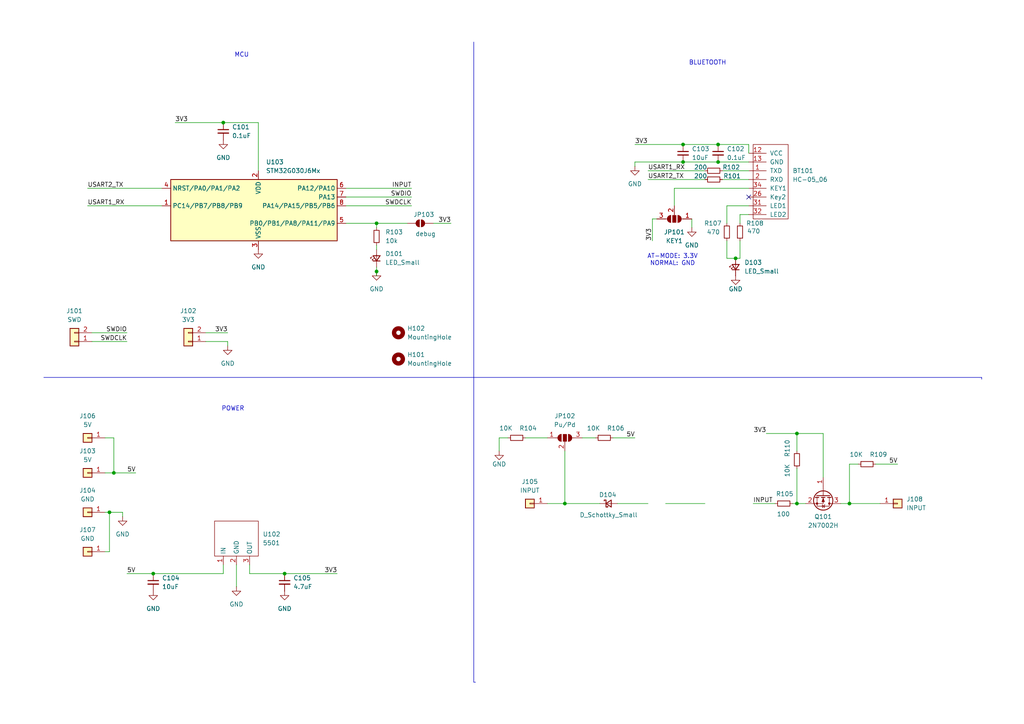
<source format=kicad_sch>
(kicad_sch (version 20231120) (generator "eeschema") (generator_version "8.0")
  (paper "A4")
  (lib_symbols
    (symbol "Connector_Generic:Conn_01x01" (pin_names (offset 1.016) hide)
      (property "Reference" "J" (at 0 2.54 0))
      (property "Value" "Conn_01x01" (at 0 -2.54 0))
      (symbol "Conn_01x01_1_1"
        (rectangle (start -1.27 0.127) (end 0 -0.127) (stroke (width 0.1524)))
        (rectangle (start -1.27 1.27) (end 1.27 -1.27) (stroke (width 0.254)) (fill (type background)))
        (pin passive line (at -5.08 0 0) (length 3.81) (name "Pin_1") (number "1"))
      )
    )
    (symbol "Connector_Generic:Conn_01x02" (pin_names (offset 1.016) hide)
      (property "Reference" "J" (at 0 2.54 0))
      (property "Value" "Conn_01x02" (at 0 -5.08 0))
      (symbol "Conn_01x02_1_1"
        (rectangle (start -1.27 -2.413) (end 0 -2.667) (stroke (width 0.1524)))
        (rectangle (start -1.27 0.127) (end 0 -0.127) (stroke (width 0.1524)))
        (rectangle (start -1.27 1.27) (end 1.27 -3.81) (stroke (width 0.254)) (fill (type background)))
        (pin passive line (at -5.08 0 0) (length 3.81) (name "Pin_1") (number "1"))
        (pin passive line (at -5.08 -2.54 0) (length 3.81) (name "Pin_2") (number "2"))
      )
    )
    (symbol "Device:C_Small" (pin_numbers hide) (pin_names (offset 0.254) hide)
      (property "Reference" "C" (at 0.254 1.778 0))
      (property "Value" "C_Small" (at 0.254 -2.032 0))
      (symbol "C_Small_0_1"
        (polyline (pts (xy -1.524 -0.508) (xy 1.524 -0.508)) (stroke (width 0.3302)))
        (polyline (pts (xy -1.524 0.508) (xy 1.524 0.508)) (stroke (width 0.3048)))
      )
      (symbol "C_Small_1_1"
        (pin passive line (at 0 2.54 270) (length 2.032) (name "~") (number "1"))
        (pin passive line (at 0 -2.54 90) (length 2.032) (name "~") (number "2"))
      )
    )
    (symbol "Device:D_Schottky_Small" (pin_numbers hide) (pin_names (offset 0.254) hide)
      (property "Reference" "D" (at -1.27 2.032 0))
      (property "Value" "D_Schottky_Small" (at -7.112 -2.032 0))
      (symbol "D_Schottky_Small_0_1"
        (polyline (pts (xy -0.762 0) (xy 0.762 0)))
        (polyline (pts (xy 0.762 -1.016) (xy -0.762 0) (xy 0.762 1.016) (xy 0.762 -1.016)) (stroke (width 0.254)))
        (polyline (pts (xy -1.27 0.762) (xy -1.27 1.016) (xy -0.762 1.016) (xy -0.762 -1.016) (xy -0.254 -1.016) (xy -0.254 -0.762)) (stroke (width 0.254)))
      )
      (symbol "D_Schottky_Small_1_1"
        (pin passive line (at -2.54 0 0) (length 1.778) (name "K") (number "1"))
        (pin passive line (at 2.54 0 180) (length 1.778) (name "A") (number "2"))
      )
    )
    (symbol "Device:LED_Small" (pin_numbers hide) (pin_names (offset 0.254) hide)
      (property "Reference" "D" (at -1.27 3.175 0))
      (property "Value" "LED_Small" (at -4.445 -2.54 0))
      (symbol "LED_Small_0_1"
        (polyline (pts (xy -0.762 -1.016) (xy -0.762 1.016)) (stroke (width 0.254)))
        (polyline (pts (xy 1.016 0) (xy -0.762 0)))
        (polyline (pts (xy 0.762 -1.016) (xy -0.762 0) (xy 0.762 1.016) (xy 0.762 -1.016)) (stroke (width 0.254)))
        (polyline (pts (xy 0 0.762) (xy -0.508 1.27) (xy -0.254 1.27) (xy -0.508 1.27) (xy -0.508 1.016)))
        (polyline (pts (xy 0.508 1.27) (xy 0 1.778) (xy 0.254 1.778) (xy 0 1.778) (xy 0 1.524)))
      )
      (symbol "LED_Small_1_1"
        (pin passive line (at -2.54 0 0) (length 1.778) (name "K") (number "1"))
        (pin passive line (at 2.54 0 180) (length 1.778) (name "A") (number "2"))
      )
    )
    (symbol "Device:R_Small" (pin_numbers hide) (pin_names (offset 0.254) hide)
      (property "Reference" "R" (at 0.762 0.508 0))
      (property "Value" "R_Small" (at 0.762 -1.016 0))
      (symbol "R_Small_0_1"
        (rectangle (start -0.762 1.778) (end 0.762 -1.778) (stroke (width 0.2032)))
      )
      (symbol "R_Small_1_1"
        (pin passive line (at 0 2.54 270) (length 0.762) (name "~") (number "1"))
        (pin passive line (at 0 -2.54 90) (length 0.762) (name "~") (number "2"))
      )
    )
    (symbol "Jumper:SolderJumper_2_Open" (pin_numbers hide) (pin_names (offset 0) hide) (exclude_from_sim yes) (in_bom no)
      (property "Reference" "JP" (at 0 2.032 0))
      (property "Value" "SolderJumper_2_Open" (at 0 -2.54 0))
      (symbol "SolderJumper_2_Open_0_1"
        (arc (start -0.254 1.016) (mid -1.2656 0) (end -0.254 -1.016))
        (arc (start -0.254 1.016) (mid -1.2656 0) (end -0.254 -1.016) (fill (type outline)))
        (polyline (pts (xy -0.254 1.016) (xy -0.254 -1.016)))
        (polyline (pts (xy 0.254 1.016) (xy 0.254 -1.016)))
        (arc (start 0.254 -1.016) (mid 1.2656 0) (end 0.254 1.016))
        (arc (start 0.254 -1.016) (mid 1.2656 0) (end 0.254 1.016) (fill (type outline)))
      )
      (symbol "SolderJumper_2_Open_1_1"
        (pin passive line (at -3.81 0 0) (length 2.54) (name "A") (number "1"))
        (pin passive line (at 3.81 0 180) (length 2.54) (name "B") (number "2"))
      )
    )
    (symbol "Jumper:SolderJumper_3_Open" (pin_names (offset 0) hide) (exclude_from_sim yes) (in_bom no)
      (property "Reference" "JP" (at -2.54 -2.54 0))
      (property "Value" "SolderJumper_3_Open" (at 0 2.794 0))
      (symbol "SolderJumper_3_Open_0_1"
        (arc (start -1.016 1.016) (mid -2.0276 0) (end -1.016 -1.016))
        (arc (start -1.016 1.016) (mid -2.0276 0) (end -1.016 -1.016) (fill (type outline)))
        (rectangle (start -0.508 1.016) (end 0.508 -1.016) (fill (type outline)))
        (polyline (pts (xy -2.54 0) (xy -2.032 0)))
        (polyline (pts (xy -1.016 1.016) (xy -1.016 -1.016)))
        (polyline (pts (xy 0 -1.27) (xy 0 -1.016)))
        (polyline (pts (xy 1.016 1.016) (xy 1.016 -1.016)))
        (polyline (pts (xy 2.54 0) (xy 2.032 0)))
        (arc (start 1.016 -1.016) (mid 2.0276 0) (end 1.016 1.016))
        (arc (start 1.016 -1.016) (mid 2.0276 0) (end 1.016 1.016) (fill (type outline)))
      )
      (symbol "SolderJumper_3_Open_1_1"
        (pin passive line (at -5.08 0 0) (length 2.54) (name "A") (number "1"))
        (pin passive line (at 0 -3.81 90) (length 2.54) (name "C") (number "2"))
        (pin passive line (at 5.08 0 180) (length 2.54) (name "B") (number "3"))
      )
    )
    (symbol "MCU_ST_STM32G0:STM32G030J6Mx"
      (property "Reference" "U" (at -22.86 11.43 0))
      (property "Value" "STM32G030J6Mx" (at 5.08 11.43 0))
      (symbol "STM32G030J6Mx_0_1"
        (rectangle (start -22.86 -7.62) (end 25.4 10.16) (stroke (width 0.254)) (fill (type background)))
      )
      (symbol "STM32G030J6Mx_1_1"
        (pin bidirectional line (at -25.4 2.54 0) (length 2.54) (name "PC14/PB7/PB8/PB9") (number "1"))
        (pin power_in line (at 2.54 12.7 270) (length 2.54) (name "VDD") (number "2"))
        (pin power_in line (at 2.54 -10.16 90) (length 2.54) (name "VSS") (number "3"))
        (pin input line (at -25.4 7.62 0) (length 2.54) (name "NRST/PA0/PA1/PA2") (number "4"))
        (pin bidirectional line (at 27.94 -2.54 180) (length 2.54) (name "PB0/PB1/PA8/PA11/PA9") (number "5"))
        (pin bidirectional line (at 27.94 7.62 180) (length 2.54) (name "PA12/PA10") (number "6"))
        (pin bidirectional line (at 27.94 5.08 180) (length 2.54) (name "PA13") (number "7"))
        (pin bidirectional line (at 27.94 2.54 180) (length 2.54) (name "PA14/PA15/PB5/PB6") (number "8"))
      )
    )
    (symbol "Mechanical:MountingHole" (pin_names (offset 1.016)) (exclude_from_sim yes) (in_bom no)
      (property "Reference" "H" (at 0 5.08 0))
      (property "Value" "MountingHole" (at 0 3.175 0))
      (symbol "MountingHole_0_1"
        (circle (center 0 0) (radius 1.27) (stroke (width 1.27)))
      )
    )
    (symbol "Transistor_FET:2N7002H" (pin_names hide)
      (property "Reference" "Q" (at 5.08 1.905 0))
      (property "Value" "2N7002H" (at 5.08 0 0))
      (symbol "2N7002H_0_1"
        (polyline (pts (xy 0.254 0) (xy -2.54 0)))
        (polyline (pts (xy 0.254 1.905) (xy 0.254 -1.905)) (stroke (width 0.254)))
        (polyline (pts (xy 0.762 -1.27) (xy 0.762 -2.286)) (stroke (width 0.254)))
        (polyline (pts (xy 0.762 0.508) (xy 0.762 -0.508)) (stroke (width 0.254)))
        (polyline (pts (xy 0.762 2.286) (xy 0.762 1.27)) (stroke (width 0.254)))
        (polyline (pts (xy 2.54 2.54) (xy 2.54 1.778)))
        (polyline (pts (xy 2.54 -2.54) (xy 2.54 0) (xy 0.762 0)))
        (polyline (pts (xy 0.762 -1.778) (xy 3.302 -1.778) (xy 3.302 1.778) (xy 0.762 1.778)))
        (polyline (pts (xy 1.016 0) (xy 2.032 0.381) (xy 2.032 -0.381) (xy 1.016 0)) (fill (type outline)))
        (polyline (pts (xy 2.794 0.508) (xy 2.921 0.381) (xy 3.683 0.381) (xy 3.81 0.254)))
        (polyline (pts (xy 3.302 0.381) (xy 2.921 -0.254) (xy 3.683 -0.254) (xy 3.302 0.381)))
        (circle (center 1.651 0) (radius 2.794) (stroke (width 0.254)))
        (circle (center 2.54 -1.778) (radius 0.254) (fill (type outline)))
        (circle (center 2.54 1.778) (radius 0.254) (fill (type outline)))
      )
      (symbol "2N7002H_1_1"
        (pin input line (at -5.08 0 0) (length 2.54) (name "G") (number "1"))
        (pin passive line (at 2.54 -5.08 90) (length 2.54) (name "S") (number "2"))
        (pin passive line (at 2.54 5.08 270) (length 2.54) (name "D") (number "3"))
      )
    )
    (symbol "hc05:HC-05_06" (pin_names (offset 1.016))
      (property "Reference" "BT" (at -10.16 7.62 0))
      (property "Value" "HC-05_06" (at 8.89 -7.366 90))
      (symbol "HC-05_06_0_1"
        (rectangle (start -3.81 5.08) (end 6.35 -16.51))
      )
      (symbol "HC-05_06_1_1"
        (pin output line (at -5.08 -2.54 0) (length 5.08) (name "TXD") (number "1"))
        (pin input line (at -5.08 2.54 0) (length 5.08) (name "VCC") (number "12"))
        (pin input line (at -5.08 0 0) (length 5.08) (name "GND") (number "13"))
        (pin input line (at -5.08 -5.08 0) (length 5.08) (name "RXD") (number "2"))
        (pin input line (at -5.08 -10.16 0) (length 5.08) (name "Key2") (number "26"))
        (pin input line (at -5.08 -12.7 0) (length 5.08) (name "LED1") (number "31"))
        (pin input line (at -5.08 -15.24 0) (length 5.08) (name "LED2") (number "32"))
        (pin input line (at -5.08 -7.62 0) (length 5.08) (name "KEY1") (number "34"))
      )
    )
    (symbol "ncp5500:5501"
      (property "Reference" "U" (at 5.08 11.43 0))
      (property "Value" "5501" (at 8.89 7.62 90))
      (symbol "5501_0_1"
        (rectangle (start 0 10.16) (end 10.16 -2.54) (stroke (width 0.1524)))
      )
      (symbol "5501_1_1"
        (pin input line (at -2.54 7.62 0) (length 2.54) (name "IN") (number "1"))
        (pin input line (at -2.54 3.81 0) (length 2.54) (name "GND") (number "2"))
        (pin input line (at -2.54 0 0) (length 2.54) (name "OUT") (number "3"))
      )
    )
    (symbol "power:GND" (power) (pin_numbers hide) (pin_names (offset 0) hide)
      (property "Value" "GND" (at 0 -3.81 0))
      (symbol "GND_0_1"
        (polyline (pts (xy 0 0) (xy 0 -1.27) (xy 1.27 -1.27) (xy 0 -2.54) (xy -1.27 -1.27) (xy 0 -1.27)))
      )
      (symbol "GND_1_1"
        (pin power_in line (at 0 0 270) (length 0) (name "~") (number "1"))
      )
    )
  )
  (junction (at 198.12 41.91))
  (junction (at 231.14 146.05))
  (junction (at 109.22 78.74))
  (junction (at 44.45 166.37))
  (junction (at 208.28 46.99))
  (junction (at 231.14 125.73))
  (junction (at 109.22 64.77))
  (junction (at 208.28 41.91))
  (junction (at 31.75 148.59))
  (junction (at 198.12 46.99))
  (junction (at 246.38 146.05))
  (junction (at 64.77 35.56))
  (junction (at 33.02 137.16))
  (junction (at 82.55 166.37))
  (junction (at 213.36 74.93))
  (junction (at 163.83 146.05))
  (no_connect (at 217.17 57.15))
  (wire (pts (xy 33.02 127) (xy 33.02 137.16)))
  (wire (pts (xy 31.75 160.02) (xy 31.75 148.59)))
  (wire (pts (xy 100.33 59.69) (xy 119.38 59.69)))
  (wire (pts (xy 210.82 64.77) (xy 210.82 59.69)))
  (wire (pts (xy 246.38 146.05) (xy 246.38 134.62)))
  (wire (pts (xy 200.66 63.5) (xy 200.66 66.04)))
  (wire (pts (xy 184.15 48.26) (xy 184.15 46.99)))
  (wire (pts (xy 184.15 127) (xy 177.8 127)))
  (wire (pts (xy 217.17 41.91) (xy 217.17 44.45)))
  (wire (pts (xy 238.76 125.73) (xy 231.14 125.73)))
  (wire (pts (xy 26.67 99.06) (xy 36.83 99.06)))
  (wire (pts (xy 222.25 125.73) (xy 231.14 125.73)))
  (polyline (pts (xy 137.414 109.474) (xy 137.414 197.866)))
  (wire (pts (xy 243.84 146.05) (xy 246.38 146.05)))
  (wire (pts (xy 193.04 146.05) (xy 204.47 146.05)))
  (wire (pts (xy 189.23 69.85) (xy 189.23 63.5)))
  (wire (pts (xy 125.73 64.77) (xy 130.81 64.77)))
  (wire (pts (xy 158.75 146.05) (xy 163.83 146.05)))
  (wire (pts (xy 195.58 54.61) (xy 195.58 59.69)))
  (wire (pts (xy 179.07 146.05) (xy 187.96 146.05)))
  (wire (pts (xy 64.77 35.56) (xy 74.93 35.56)))
  (wire (pts (xy 163.83 130.81) (xy 163.83 146.05)))
  (wire (pts (xy 144.78 127) (xy 147.32 127)))
  (wire (pts (xy 214.63 64.77) (xy 214.63 62.23)))
  (wire (pts (xy 25.4 59.69) (xy 46.99 59.69)))
  (wire (pts (xy 82.55 166.37) (xy 97.79 166.37)))
  (wire (pts (xy 218.44 146.05) (xy 224.79 146.05)))
  (wire (pts (xy 184.15 41.91) (xy 198.12 41.91)))
  (wire (pts (xy 36.83 166.37) (xy 44.45 166.37)))
  (wire (pts (xy 31.75 148.59) (xy 35.56 148.59)))
  (wire (pts (xy 100.33 57.15) (xy 119.38 57.15)))
  (wire (pts (xy 109.22 71.12) (xy 109.22 72.39)))
  (wire (pts (xy 246.38 146.05) (xy 255.27 146.05)))
  (wire (pts (xy 208.28 46.99) (xy 217.17 46.99)))
  (wire (pts (xy 238.76 125.73) (xy 238.76 138.43)))
  (wire (pts (xy 109.22 64.77) (xy 118.11 64.77)))
  (wire (pts (xy 187.96 49.53) (xy 204.47 49.53)))
  (wire (pts (xy 109.22 80.01) (xy 109.22 78.74)))
  (wire (pts (xy 246.38 134.62) (xy 248.92 134.62)))
  (wire (pts (xy 50.8 35.56) (xy 64.77 35.56)))
  (wire (pts (xy 59.69 96.52) (xy 66.04 96.52)))
  (wire (pts (xy 30.48 127) (xy 33.02 127)))
  (wire (pts (xy 214.63 62.23) (xy 217.17 62.23)))
  (polyline (pts (xy 12.7 109.474) (xy 137.414 109.474)))
  (wire (pts (xy 231.14 146.05) (xy 233.68 146.05)))
  (wire (pts (xy 229.87 146.05) (xy 231.14 146.05)))
  (wire (pts (xy 209.55 52.07) (xy 217.17 52.07)))
  (wire (pts (xy 260.35 134.62) (xy 254 134.62)))
  (wire (pts (xy 109.22 64.77) (xy 109.22 66.04)))
  (wire (pts (xy 231.14 125.73) (xy 231.14 130.81)))
  (wire (pts (xy 198.12 41.91) (xy 208.28 41.91)))
  (wire (pts (xy 209.55 49.53) (xy 217.17 49.53)))
  (polyline (pts (xy 137.414 109.474) (xy 284.734 109.474)))
  (wire (pts (xy 100.33 64.77) (xy 109.22 64.77)))
  (wire (pts (xy 100.33 54.61) (xy 119.38 54.61)))
  (wire (pts (xy 231.14 135.89) (xy 231.14 146.05)))
  (wire (pts (xy 144.78 130.81) (xy 144.78 127)))
  (wire (pts (xy 30.48 148.59) (xy 31.75 148.59)))
  (wire (pts (xy 109.22 77.47) (xy 109.22 78.74)))
  (wire (pts (xy 210.82 69.85) (xy 210.82 74.93)))
  (polyline (pts (xy 137.414 197.866) (xy 137.922 197.866)))
  (wire (pts (xy 214.63 74.93) (xy 213.36 74.93)))
  (polyline (pts (xy 137.414 12.192) (xy 137.414 109.474)))
  (wire (pts (xy 66.04 99.06) (xy 66.04 100.33)))
  (wire (pts (xy 59.69 99.06) (xy 66.04 99.06)))
  (wire (pts (xy 208.28 41.91) (xy 217.17 41.91)))
  (wire (pts (xy 152.4 127) (xy 158.75 127)))
  (wire (pts (xy 72.39 166.37) (xy 72.39 163.83)))
  (wire (pts (xy 64.77 166.37) (xy 64.77 163.83)))
  (wire (pts (xy 30.48 137.16) (xy 33.02 137.16)))
  (wire (pts (xy 33.02 137.16) (xy 39.37 137.16)))
  (wire (pts (xy 217.17 54.61) (xy 195.58 54.61)))
  (wire (pts (xy 82.55 166.37) (xy 72.39 166.37)))
  (wire (pts (xy 189.23 63.5) (xy 190.5 63.5)))
  (wire (pts (xy 74.93 35.56) (xy 74.93 49.53)))
  (wire (pts (xy 214.63 69.85) (xy 214.63 74.93)))
  (polyline (pts (xy 284.734 109.474) (xy 284.734 109.982)))
  (wire (pts (xy 35.56 148.59) (xy 35.56 149.86)))
  (wire (pts (xy 187.96 52.07) (xy 204.47 52.07)))
  (wire (pts (xy 172.72 127) (xy 168.91 127)))
  (wire (pts (xy 198.12 46.99) (xy 208.28 46.99)))
  (wire (pts (xy 210.82 74.93) (xy 213.36 74.93)))
  (wire (pts (xy 163.83 146.05) (xy 173.99 146.05)))
  (wire (pts (xy 184.15 46.99) (xy 198.12 46.99)))
  (wire (pts (xy 26.67 96.52) (xy 36.83 96.52)))
  (wire (pts (xy 210.82 59.69) (xy 217.17 59.69)))
  (wire (pts (xy 68.58 163.83) (xy 68.58 170.18)))
  (wire (pts (xy 30.48 160.02) (xy 31.75 160.02)))
  (wire (pts (xy 25.4 54.61) (xy 46.99 54.61)))
  (wire (pts (xy 44.45 166.37) (xy 64.77 166.37)))
  (text "MCU" (at 70.104 16.002 0) (effects (font (size 1.27 1.27))))
  (text "BLUETOOTH" (at 205.232 18.288 0) (effects (font (size 1.27 1.27))))
  (text "POWER" (at 67.564 118.618 0) (effects (font (size 1.27 1.27))))
  (text "AT-MODE: 3.3V\nNORMAL: GND" (at 195.072 75.438 0) (effects (font (size 1.27 1.27))))
  (label "USART2_TX" (at 25.4 54.61 0))
  (label "INPUT" (at 119.38 54.61 180))
  (label "3V3" (at 66.04 96.52 180))
  (label "3V3" (at 50.8 35.56 0))
  (label "3V3" (at 189.23 69.85 90))
  (label "USART2_TX" (at 187.96 52.07 0))
  (label "5V" (at 39.37 137.16 180))
  (label "3V3" (at 184.15 41.91 0))
  (label "SWDCLK" (at 119.38 59.69 180))
  (label "SWDCLK" (at 36.83 99.06 180))
  (label "5V" (at 260.35 134.62 180))
  (label "3V3" (at 222.25 125.73 180))
  (label "INPUT" (at 218.44 146.05 0))
  (label "SWDIO" (at 119.38 57.15 180))
  (label "5V" (at 36.83 166.37 0))
  (label "USART1_RX" (at 25.4 59.69 0))
  (label "5V" (at 184.15 127 180))
  (label "USART1_RX" (at 187.96 49.53 0))
  (label "SWDIO" (at 36.83 96.52 180))
  (label "3V3" (at 130.81 64.77 180))
  (label "3V3" (at 97.79 166.37 180))
  (symbol (lib_id "Connector_Generic:Conn_01x01") (at 25.4 160.02 180) (unit 1)
    (property "Reference" "J107" (at 25.4 153.67 0))
    (property "Value" "GND" (at 25.4 156.21 0))
    (property "Footprint" "Connector_PinHeader_2.54mm:PinHeader_1x01_P2.54mm_Vertical" (effects (hide yes)))
    (property "Description" "Generic connector, single row, 01x01, script generated (kicad-library-utils/schlib/autogen/connector/)" (effects (hide yes)))
  )
  (symbol (lib_id "power:GND") (at 82.55 171.45 0) (unit 1)
    (property "Reference" "#PWR0109" (effects (hide yes)))
    (property "Value" "GND" (at 82.55 176.53 0))
    (property "Description" "Power symbol creates a global label with name \"GND\" , ground" (effects (hide yes)))
  )
  (symbol (lib_id "Device:R_Small") (at 227.33 146.05 90) (unit 1)
    (property "Reference" "R105" (at 225.044 143.256 90) (effects (justify right)))
    (property "Value" "100" (at 225.298 149.098 90) (effects (justify right)))
    (property "Footprint" "Resistor_SMD:R_0805_2012Metric" (effects (hide yes)))
    (property "Description" "Resistor, small symbol" (effects (hide yes)))
  )
  (symbol (lib_id "Connector_Generic:Conn_01x02") (at 54.61 99.06 180) (unit 1)
    (property "Reference" "J102" (at 54.61 90.17 0))
    (property "Value" "3V3" (at 54.61 92.71 0))
    (property "Footprint" "Connector_PinHeader_2.54mm:PinHeader_1x02_P2.54mm_Vertical" (effects (hide yes)))
    (property "Description" "Generic connector, single row, 01x02, script generated (kicad-library-utils/schlib/autogen/connector/)" (effects (hide yes)))
  )
  (symbol (lib_id "hc05:HC-05_06") (at 222.25 46.99 0) (unit 1)
    (property "Reference" "BT101" (at 229.87 49.5299 0) (effects (justify left)))
    (property "Value" "HC-05_06" (at 229.87 52.0699 0) (effects (justify left)))
    (property "Footprint" "hc05:HC-05" (effects (hide yes)))
  )
  (symbol (lib_id "power:GND") (at 109.22 78.74 0) (unit 1)
    (property "Reference" "#PWR0104" (effects (hide yes)))
    (property "Value" "GND" (at 109.22 83.82 0))
    (property "Description" "Power symbol creates a global label with name \"GND\" , ground" (effects (hide yes)))
  )
  (symbol (lib_id "Mechanical:MountingHole") (at 115.57 96.52 0) (unit 1) (exclude_from_sim yes) (in_bom no)
    (property "Reference" "H102" (at 118.11 95.2499 0) (effects (justify left)))
    (property "Value" "MountingHole" (at 118.11 97.7899 0) (effects (justify left)))
    (property "Footprint" "MountingHole:MountingHole_3.2mm_M3" (effects (hide yes)))
    (property "Description" "Mounting Hole without connection" (effects (hide yes)))
  )
  (symbol (lib_id "Transistor_FET:2N7002H") (at 238.76 143.51 270) (unit 1)
    (property "Reference" "Q101" (at 238.76 149.86 90))
    (property "Value" "2N7002H" (at 238.76 152.4 90))
    (property "Footprint" "Package_TO_SOT_SMD:SOT-23" (effects (hide yes)))
    (property "Datasheet" "http://www.diodes.com/assets/Datasheets/2N7002H.pdf" (effects (hide yes)))
    (property "Description" "0.21A Id, 60V Vds, N-Channel MOSFET, SOT-23" (effects (hide yes)))
  )
  (symbol (lib_id "Mechanical:MountingHole") (at 115.57 104.14 0) (unit 1) (exclude_from_sim yes) (in_bom no)
    (property "Reference" "H101" (at 118.11 102.8699 0) (effects (justify left)))
    (property "Value" "MountingHole" (at 118.11 105.4099 0) (effects (justify left)))
    (property "Footprint" "MountingHole:MountingHole_3.2mm_M3" (effects (hide yes)))
    (property "Description" "Mounting Hole without connection" (effects (hide yes)))
  )
  (symbol (lib_id "power:GND") (at 200.66 66.04 0) (unit 1)
    (property "Reference" "#PWR0105" (effects (hide yes)))
    (property "Value" "GND" (at 200.66 71.12 0))
    (property "Description" "Power symbol creates a global label with name \"GND\" , ground" (effects (hide yes)))
  )
  (symbol (lib_id "Connector_Generic:Conn_01x01") (at 25.4 137.16 180) (unit 1)
    (property "Reference" "J103" (at 25.4 130.81 0))
    (property "Value" "5V" (at 25.4 133.35 0))
    (property "Footprint" "Connector_PinHeader_2.54mm:PinHeader_1x01_P2.54mm_Vertical" (effects (hide yes)))
    (property "Description" "Generic connector, single row, 01x01, script generated (kicad-library-utils/schlib/autogen/connector/)" (effects (hide yes)))
  )
  (symbol (lib_id "Device:R_Small") (at 109.22 68.58 0) (unit 1)
    (property "Reference" "R103" (at 111.76 67.3099 0) (effects (justify left)))
    (property "Value" "10k" (at 111.76 69.8499 0) (effects (justify left)))
    (property "Footprint" "Resistor_SMD:R_0805_2012Metric" (effects (hide yes)))
    (property "Description" "Resistor, small symbol" (effects (hide yes)))
  )
  (symbol (lib_id "Device:R_Small") (at 214.63 67.31 180) (unit 1)
    (property "Reference" "R108" (at 216.408 64.77 0) (effects (justify right)))
    (property "Value" "470" (at 216.662 67.056 0) (effects (justify right)))
    (property "Footprint" "Resistor_SMD:R_0805_2012Metric" (effects (hide yes)))
    (property "Description" "Resistor, small symbol" (effects (hide yes)))
  )
  (symbol (lib_id "power:GND") (at 35.56 149.86 0) (unit 1)
    (property "Reference" "#PWR0110" (effects (hide yes)))
    (property "Value" "GND" (at 35.56 154.94 0))
    (property "Description" "Power symbol creates a global label with name \"GND\" , ground" (effects (hide yes)))
  )
  (symbol (lib_id "Device:R_Small") (at 149.86 127 90) (unit 1)
    (property "Reference" "R104" (at 150.622 124.206 90) (effects (justify right)))
    (property "Value" "10K" (at 144.78 124.206 90) (effects (justify right)))
    (property "Footprint" "Resistor_SMD:R_0805_2012Metric" (effects (hide yes)))
    (property "Description" "Resistor, small symbol" (effects (hide yes)))
  )
  (symbol (lib_id "Jumper:SolderJumper_3_Open") (at 163.83 127 0) (unit 1) (exclude_from_sim yes) (in_bom no)
    (property "Reference" "JP102" (at 163.83 120.65 0))
    (property "Value" "Pu/Pd" (at 163.83 123.19 0))
    (property "Footprint" "Jumper:SolderJumper-3_P1.3mm_Open_RoundedPad1.0x1.5mm" (effects (hide yes)))
    (property "Description" "Solder Jumper, 3-pole, open" (effects (hide yes)))
  )
  (symbol (lib_id "Device:LED_Small") (at 213.36 77.47 90) (unit 1)
    (property "Reference" "D103" (at 215.9 76.1364 90) (effects (justify right)))
    (property "Value" "LED_Small" (at 215.9 78.6764 90) (effects (justify right)))
    (property "Footprint" "LED_SMD:LED_1206_3216Metric" (effects (hide yes)))
    (property "Description" "Light emitting diode, small symbol" (effects (hide yes)))
  )
  (symbol (lib_id "Device:R_Small") (at 207.01 52.07 90) (unit 1)
    (property "Reference" "R101" (at 212.344 51.054 90))
    (property "Value" "200" (at 203.2 51.054 90))
    (property "Footprint" "Resistor_SMD:R_0805_2012Metric" (effects (hide yes)))
    (property "Description" "Resistor, small symbol" (effects (hide yes)))
  )
  (symbol (lib_id "Device:R_Small") (at 207.01 49.53 90) (unit 1)
    (property "Reference" "R102" (at 212.09 48.514 90))
    (property "Value" "200" (at 203.2 48.514 90))
    (property "Footprint" "Resistor_SMD:R_0805_2012Metric" (effects (hide yes)))
    (property "Description" "Resistor, small symbol" (effects (hide yes)))
  )
  (symbol (lib_id "power:GND") (at 184.15 48.26 0) (unit 1)
    (property "Reference" "#PWR0103" (effects (hide yes)))
    (property "Value" "GND" (at 184.15 53.34 0))
    (property "Description" "Power symbol creates a global label with name \"GND\" , ground" (effects (hide yes)))
  )
  (symbol (lib_id "MCU_ST_STM32G0:STM32G030J6Mx") (at 72.39 62.23 0) (unit 1)
    (property "Reference" "U103" (at 77.1241 46.99 0) (effects (justify left)))
    (property "Value" "STM32G030J6Mx" (at 77.1241 49.53 0) (effects (justify left)))
    (property "Footprint" "Package_SO:SOIC-8_3.9x4.9mm_P1.27mm" (effects (hide yes)))
    (property "Datasheet" "https://www.st.com/resource/en/datasheet/stm32g030j6.pdf" (effects (hide yes)))
    (property "Description" "STMicroelectronics Arm Cortex-M0+ MCU, 32KB flash, 8KB RAM, 64 MHz, 2.0-3.6V, 6 GPIO, SO8N" (effects (hide yes)))
  )
  (symbol (lib_id "power:GND") (at 213.36 80.01 0) (unit 1)
    (property "Reference" "#PWR0112" (effects (hide yes)))
    (property "Value" "GND" (at 213.36 83.82 0))
    (property "Description" "Power symbol creates a global label with name \"GND\" , ground" (effects (hide yes)))
  )
  (symbol (lib_id "power:GND") (at 68.58 170.18 0) (unit 1)
    (property "Reference" "#PWR0107" (effects (hide yes)))
    (property "Value" "GND" (at 68.58 175.26 0))
    (property "Description" "Power symbol creates a global label with name \"GND\" , ground" (effects (hide yes)))
  )
  (symbol (lib_id "Jumper:SolderJumper_3_Open") (at 195.58 63.5 180) (unit 1) (exclude_from_sim yes) (in_bom no)
    (property "Reference" "JP101" (at 195.58 67.31 0))
    (property "Value" "KEY1" (at 195.58 69.85 0))
    (property "Footprint" "Jumper:SolderJumper-3_P1.3mm_Open_RoundedPad1.0x1.5mm" (effects (hide yes)))
    (property "Description" "Solder Jumper, 3-pole, open" (effects (hide yes)))
  )
  (symbol (lib_id "Device:R_Small") (at 231.14 133.35 180) (unit 1)
    (property "Reference" "R110" (at 228.346 132.588 90) (effects (justify right)))
    (property "Value" "10K" (at 228.346 138.43 90) (effects (justify right)))
    (property "Footprint" "Resistor_SMD:R_0805_2012Metric" (effects (hide yes)))
    (property "Description" "Resistor, small symbol" (effects (hide yes)))
  )
  (symbol (lib_id "Device:R_Small") (at 210.82 67.31 180) (unit 1)
    (property "Reference" "R107" (at 204.216 64.77 0) (effects (justify right)))
    (property "Value" "470" (at 204.978 67.31 0) (effects (justify right)))
    (property "Footprint" "Resistor_SMD:R_0805_2012Metric" (effects (hide yes)))
    (property "Description" "Resistor, small symbol" (effects (hide yes)))
  )
  (symbol (lib_id "Device:LED_Small") (at 109.22 74.93 90) (unit 1)
    (property "Reference" "D101" (at 111.76 73.5964 90) (effects (justify right)))
    (property "Value" "LED_Small" (at 111.76 76.1364 90) (effects (justify right)))
    (property "Footprint" "LED_SMD:LED_1206_3216Metric" (effects (hide yes)))
    (property "Description" "Light emitting diode, small symbol" (effects (hide yes)))
  )
  (symbol (lib_id "power:GND") (at 144.78 130.81 0) (unit 1)
    (property "Reference" "#PWR0111" (effects (hide yes)))
    (property "Value" "GND" (at 144.78 134.62 0))
    (property "Description" "Power symbol creates a global label with name \"GND\" , ground" (effects (hide yes)))
  )
  (symbol (lib_id "power:GND") (at 64.77 40.64 0) (unit 1)
    (property "Reference" "#PWR0102" (effects (hide yes)))
    (property "Value" "GND" (at 64.77 45.72 0))
    (property "Description" "Power symbol creates a global label with name \"GND\" , ground" (effects (hide yes)))
  )
  (symbol (lib_id "power:GND") (at 74.93 72.39 0) (unit 1)
    (property "Reference" "#PWR0101" (effects (hide yes)))
    (property "Value" "GND" (at 74.93 77.47 0))
    (property "Description" "Power symbol creates a global label with name \"GND\" , ground" (effects (hide yes)))
  )
  (symbol (lib_id "Device:C_Small") (at 198.12 44.45 0) (unit 1)
    (property "Reference" "C103" (at 200.66 43.1862 0) (effects (justify left)))
    (property "Value" "10uF" (at 200.66 45.7262 0) (effects (justify left)))
    (property "Footprint" "Capacitor_SMD:C_0805_2012Metric" (effects (hide yes)))
    (property "Description" "Unpolarized capacitor, small symbol" (effects (hide yes)))
  )
  (symbol (lib_id "Device:C_Small") (at 82.55 168.91 0) (unit 1)
    (property "Reference" "C105" (at 85.09 167.6462 0) (effects (justify left)))
    (property "Value" "4.7uF" (at 85.09 170.1862 0) (effects (justify left)))
    (property "Footprint" "Capacitor_SMD:C_0805_2012Metric" (effects (hide yes)))
    (property "Description" "Unpolarized capacitor, small symbol" (effects (hide yes)))
  )
  (symbol (lib_id "Device:C_Small") (at 44.45 168.91 0) (unit 1)
    (property "Reference" "C104" (at 46.99 167.6462 0) (effects (justify left)))
    (property "Value" "10uF" (at 46.99 170.1862 0) (effects (justify left)))
    (property "Footprint" "Capacitor_SMD:C_0805_2012Metric" (effects (hide yes)))
    (property "Description" "Unpolarized capacitor, small symbol" (effects (hide yes)))
  )
  (symbol (lib_id "Device:D_Schottky_Small") (at 176.53 146.05 0) (unit 1)
    (property "Reference" "D104" (at 176.276 143.51 0))
    (property "Value" "D_Schottky_Small" (at 176.53 149.352 0))
    (property "Footprint" "Diode_SMD:D_SOD-323" (effects (hide yes)))
    (property "Description" "Schottky diode, small symbol" (effects (hide yes)))
  )
  (symbol (lib_id "Connector_Generic:Conn_01x01") (at 260.35 146.05 0) (unit 1)
    (property "Reference" "J108" (at 262.89 144.7799 0) (effects (justify left)))
    (property "Value" "INPUT" (at 262.89 147.3199 0) (effects (justify left)))
    (property "Footprint" "Connector_PinHeader_2.54mm:PinHeader_1x01_P2.54mm_Vertical" (effects (hide yes)))
    (property "Description" "Generic connector, single row, 01x01, script generated (kicad-library-utils/schlib/autogen/connector/)" (effects (hide yes)))
  )
  (symbol (lib_id "Device:R_Small") (at 251.46 134.62 90) (unit 1)
    (property "Reference" "R109" (at 252.222 131.826 90) (effects (justify right)))
    (property "Value" "10K" (at 246.38 131.826 90) (effects (justify right)))
    (property "Footprint" "Resistor_SMD:R_0805_2012Metric" (effects (hide yes)))
    (property "Description" "Resistor, small symbol" (effects (hide yes)))
  )
  (symbol (lib_id "Connector_Generic:Conn_01x01") (at 25.4 127 180) (unit 1)
    (property "Reference" "J106" (at 25.4 120.65 0))
    (property "Value" "5V" (at 25.4 123.19 0))
    (property "Footprint" "Connector_PinHeader_2.54mm:PinHeader_1x01_P2.54mm_Vertical" (effects (hide yes)))
    (property "Description" "Generic connector, single row, 01x01, script generated (kicad-library-utils/schlib/autogen/connector/)" (effects (hide yes)))
  )
  (symbol (lib_id "ncp5500:5501") (at 72.39 161.29 90) (unit 1)
    (property "Reference" "U102" (at 76.2 154.9399 90) (effects (justify right)))
    (property "Value" "5501" (at 76.2 157.4799 90) (effects (justify right)))
    (property "Footprint" "Package_TO_SOT_SMD:TO-252-3_TabPin2" (effects (hide yes)))
  )
  (symbol (lib_id "Device:C_Small") (at 208.28 44.45 0) (unit 1)
    (property "Reference" "C102" (at 210.82 43.1862 0) (effects (justify left)))
    (property "Value" "0.1uF" (at 210.82 45.7262 0) (effects (justify left)))
    (property "Footprint" "Capacitor_SMD:C_0805_2012Metric" (effects (hide yes)))
    (property "Description" "Unpolarized capacitor, small symbol" (effects (hide yes)))
  )
  (symbol (lib_id "power:GND") (at 44.45 171.45 0) (unit 1)
    (property "Reference" "#PWR0108" (effects (hide yes)))
    (property "Value" "GND" (at 44.45 176.53 0))
    (property "Description" "Power symbol creates a global label with name \"GND\" , ground" (effects (hide yes)))
  )
  (symbol (lib_id "Jumper:SolderJumper_2_Open") (at 121.92 64.77 0) (unit 1) (exclude_from_sim yes) (in_bom no)
    (property "Reference" "JP103" (at 122.936 62.23 0))
    (property "Value" "debug" (at 123.444 67.818 0))
    (property "Footprint" "Jumper:SolderJumper-2_P1.3mm_Open_Pad1.0x1.5mm" (effects (hide yes)))
    (property "Description" "Solder Jumper, 2-pole, open" (effects (hide yes)))
  )
  (symbol (lib_id "Connector_Generic:Conn_01x01") (at 153.67 146.05 180) (unit 1)
    (property "Reference" "J105" (at 153.67 139.7 0))
    (property "Value" "INPUT" (at 153.67 142.24 0))
    (property "Footprint" "Connector_PinHeader_2.54mm:PinHeader_1x01_P2.54mm_Vertical" (effects (hide yes)))
    (property "Description" "Generic connector, single row, 01x01, script generated (kicad-library-utils/schlib/autogen/connector/)" (effects (hide yes)))
  )
  (symbol (lib_id "Connector_Generic:Conn_01x02") (at 21.59 99.06 180) (unit 1)
    (property "Reference" "J101" (at 21.59 90.17 0))
    (property "Value" "SWD" (at 21.59 92.71 0))
    (property "Footprint" "Connector_PinHeader_2.54mm:PinHeader_1x02_P2.54mm_Vertical" (effects (hide yes)))
    (property "Description" "Generic connector, single row, 01x02, script generated (kicad-library-utils/schlib/autogen/connector/)" (effects (hide yes)))
  )
  (symbol (lib_id "Device:R_Small") (at 175.26 127 90) (unit 1)
    (property "Reference" "R106" (at 176.022 124.206 90) (effects (justify right)))
    (property "Value" "10K" (at 170.18 124.206 90) (effects (justify right)))
    (property "Footprint" "Resistor_SMD:R_0805_2012Metric" (effects (hide yes)))
    (property "Description" "Resistor, small symbol" (effects (hide yes)))
  )
  (symbol (lib_id "Device:C_Small") (at 64.77 38.1 0) (unit 1)
    (property "Reference" "C101" (at 67.31 36.8362 0) (effects (justify left)))
    (property "Value" "0.1uF" (at 67.31 39.3762 0) (effects (justify left)))
    (property "Footprint" "Capacitor_SMD:C_0805_2012Metric" (effects (hide yes)))
    (property "Description" "Unpolarized capacitor, small symbol" (effects (hide yes)))
  )
  (symbol (lib_id "power:GND") (at 66.04 100.33 0) (unit 1)
    (property "Reference" "#PWR0106" (effects (hide yes)))
    (property "Value" "GND" (at 66.04 105.41 0))
    (property "Description" "Power symbol creates a global label with name \"GND\" , ground" (effects (hide yes)))
  )
  (symbol (lib_id "Connector_Generic:Conn_01x01") (at 25.4 148.59 180) (unit 1)
    (property "Reference" "J104" (at 25.4 142.24 0))
    (property "Value" "GND" (at 25.4 144.78 0))
    (property "Footprint" "Connector_PinHeader_2.54mm:PinHeader_1x01_P2.54mm_Vertical" (effects (hide yes)))
    (property "Description" "Generic connector, single row, 01x01, script generated (kicad-library-utils/schlib/autogen/connector/)" (effects (hide yes)))
  )
)
</source>
